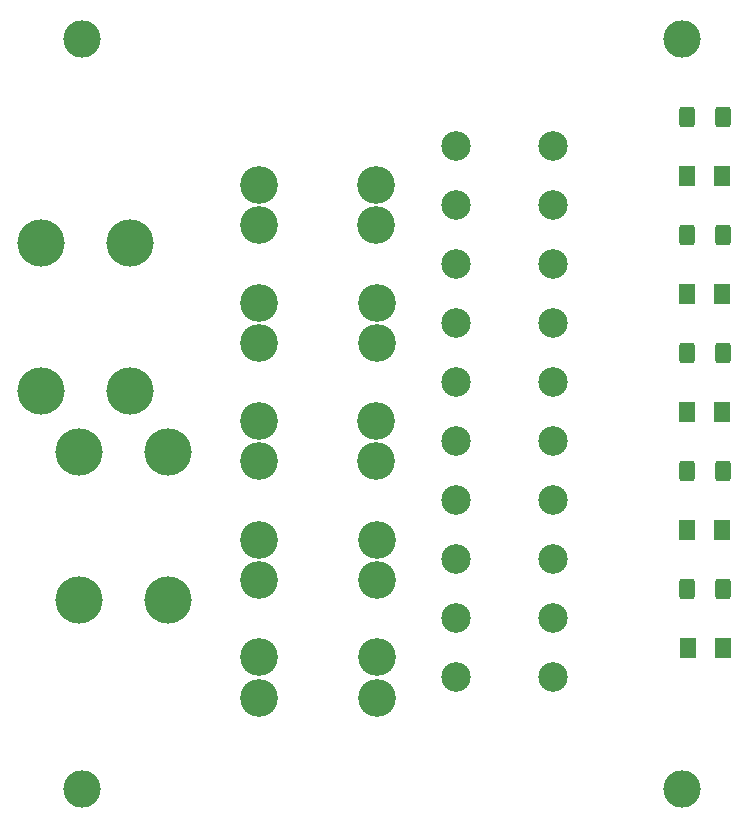
<source format=gbr>
%TF.GenerationSoftware,KiCad,Pcbnew,8.0.2-1*%
%TF.CreationDate,2024-09-28T15:44:19-07:00*%
%TF.ProjectId,PowerDistribution,506f7765-7244-4697-9374-726962757469,R1*%
%TF.SameCoordinates,Original*%
%TF.FileFunction,Soldermask,Top*%
%TF.FilePolarity,Negative*%
%FSLAX46Y46*%
G04 Gerber Fmt 4.6, Leading zero omitted, Abs format (unit mm)*
G04 Created by KiCad (PCBNEW 8.0.2-1) date 2024-09-28 15:44:19*
%MOMM*%
%LPD*%
G01*
G04 APERTURE LIST*
G04 Aperture macros list*
%AMRoundRect*
0 Rectangle with rounded corners*
0 $1 Rounding radius*
0 $2 $3 $4 $5 $6 $7 $8 $9 X,Y pos of 4 corners*
0 Add a 4 corners polygon primitive as box body*
4,1,4,$2,$3,$4,$5,$6,$7,$8,$9,$2,$3,0*
0 Add four circle primitives for the rounded corners*
1,1,$1+$1,$2,$3*
1,1,$1+$1,$4,$5*
1,1,$1+$1,$6,$7*
1,1,$1+$1,$8,$9*
0 Add four rect primitives between the rounded corners*
20,1,$1+$1,$2,$3,$4,$5,0*
20,1,$1+$1,$4,$5,$6,$7,0*
20,1,$1+$1,$6,$7,$8,$9,0*
20,1,$1+$1,$8,$9,$2,$3,0*%
G04 Aperture macros list end*
%ADD10RoundRect,0.250000X0.400000X0.625000X-0.400000X0.625000X-0.400000X-0.625000X0.400000X-0.625000X0*%
%ADD11C,3.175000*%
%ADD12RoundRect,0.250001X0.462499X0.624999X-0.462499X0.624999X-0.462499X-0.624999X0.462499X-0.624999X0*%
%ADD13C,3.204000*%
%ADD14C,4.000000*%
%ADD15C,2.500000*%
G04 APERTURE END LIST*
D10*
%TO.C,R1*%
X206770998Y-76932101D03*
X203670998Y-76932101D03*
%TD*%
%TO.C,R2*%
X206770998Y-86932101D03*
X203670998Y-86932101D03*
%TD*%
%TO.C,R5*%
X206793498Y-116932101D03*
X203693498Y-116932101D03*
%TD*%
D11*
%TO.C,H5*%
X203295998Y-70317101D03*
%TD*%
D12*
%TO.C,D2*%
X206668498Y-91932101D03*
X203693498Y-91932101D03*
%TD*%
%TO.C,D4*%
X206708498Y-111932101D03*
X203733498Y-111932101D03*
%TD*%
D13*
%TO.C,F1*%
X177429999Y-126108000D03*
X177429999Y-122708000D03*
X167509999Y-126108000D03*
X167509999Y-122708000D03*
%TD*%
D10*
%TO.C,R3*%
X206770998Y-96932101D03*
X203670998Y-96932101D03*
%TD*%
D11*
%TO.C,H1*%
X152495998Y-70317101D03*
%TD*%
D14*
%TO.C,J3*%
X156550999Y-100156000D03*
X156550999Y-87656000D03*
X149050999Y-100156000D03*
X149050999Y-87656000D03*
%TD*%
D12*
%TO.C,D1*%
X206668498Y-81932101D03*
X203693498Y-81932101D03*
%TD*%
D13*
%TO.C,F2*%
X177419999Y-116148000D03*
X177419999Y-112748000D03*
X167499999Y-116148000D03*
X167499999Y-112748000D03*
%TD*%
D15*
%TO.C,J2*%
X184150000Y-124408003D03*
X192349999Y-124408003D03*
X184150000Y-119408001D03*
X192349999Y-119408001D03*
X184150000Y-114408000D03*
X192349999Y-114408000D03*
X184150000Y-109408000D03*
X192349999Y-109408000D03*
X184150000Y-104408000D03*
X192349999Y-104408000D03*
X184150000Y-99408000D03*
X192349999Y-99408000D03*
X184150000Y-94408000D03*
X192349999Y-94408000D03*
X184150000Y-89408000D03*
X192349999Y-89408000D03*
X184150000Y-84408000D03*
X192349999Y-84408000D03*
X184150000Y-79407999D03*
X192349999Y-79407999D03*
%TD*%
D12*
%TO.C,D5*%
X206728498Y-121932101D03*
X203753498Y-121932101D03*
%TD*%
%TO.C,D3*%
X206708498Y-101932101D03*
X203733498Y-101932101D03*
%TD*%
D13*
%TO.C,F5*%
X177379999Y-86128000D03*
X177379999Y-82728000D03*
X167459999Y-86128000D03*
X167459999Y-82728000D03*
%TD*%
%TO.C,F3*%
X177349999Y-106088000D03*
X177349999Y-102688000D03*
X167429999Y-106088000D03*
X167429999Y-102688000D03*
%TD*%
D10*
%TO.C,R4*%
X206793498Y-106932101D03*
X203693498Y-106932101D03*
%TD*%
D11*
%TO.C,H6*%
X152495998Y-133817101D03*
%TD*%
%TO.C,H2*%
X203295998Y-133817101D03*
%TD*%
D13*
%TO.C,F4*%
X177419999Y-96098000D03*
X177419999Y-92698000D03*
X167499999Y-96098000D03*
X167499999Y-92698000D03*
%TD*%
D14*
%TO.C,J1*%
X152267397Y-105343701D03*
X152267397Y-117843701D03*
X159767397Y-105343701D03*
X159767397Y-117843701D03*
%TD*%
M02*

</source>
